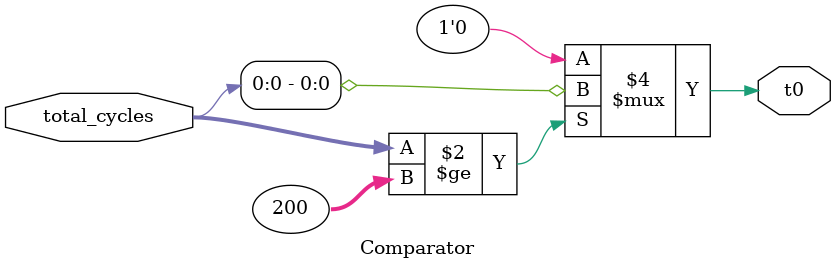
<source format=sv>
module Comparator (
    input int total_cycles,
    output t0
);


// Comparador
always @(*) begin
    if (total_cycles >=200) 
        t0 = total_cycles;
    else
        t0 = 0; // Si no se cumple la condición, se asigna 0 a la salida
end

endmodule

</source>
